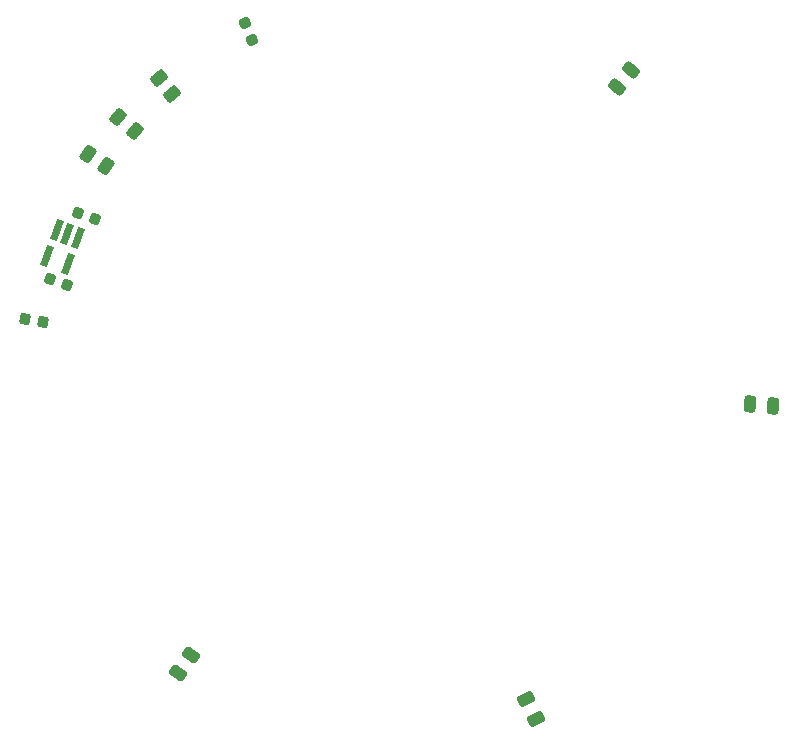
<source format=gbr>
%TF.GenerationSoftware,KiCad,Pcbnew,7.0.9*%
%TF.CreationDate,2024-01-04T19:56:31-05:00*%
%TF.ProjectId,Thermistor Ring,54686572-6d69-4737-946f-722052696e67,rev?*%
%TF.SameCoordinates,Original*%
%TF.FileFunction,Paste,Top*%
%TF.FilePolarity,Positive*%
%FSLAX46Y46*%
G04 Gerber Fmt 4.6, Leading zero omitted, Abs format (unit mm)*
G04 Created by KiCad (PCBNEW 7.0.9) date 2024-01-04 19:56:31*
%MOMM*%
%LPD*%
G01*
G04 APERTURE LIST*
G04 Aperture macros list*
%AMRoundRect*
0 Rectangle with rounded corners*
0 $1 Rounding radius*
0 $2 $3 $4 $5 $6 $7 $8 $9 X,Y pos of 4 corners*
0 Add a 4 corners polygon primitive as box body*
4,1,4,$2,$3,$4,$5,$6,$7,$8,$9,$2,$3,0*
0 Add four circle primitives for the rounded corners*
1,1,$1+$1,$2,$3*
1,1,$1+$1,$4,$5*
1,1,$1+$1,$6,$7*
1,1,$1+$1,$8,$9*
0 Add four rect primitives between the rounded corners*
20,1,$1+$1,$2,$3,$4,$5,0*
20,1,$1+$1,$4,$5,$6,$7,0*
20,1,$1+$1,$6,$7,$8,$9,0*
20,1,$1+$1,$8,$9,$2,$3,0*%
%AMRotRect*
0 Rectangle, with rotation*
0 The origin of the aperture is its center*
0 $1 length*
0 $2 width*
0 $3 Rotation angle, in degrees counterclockwise*
0 Add horizontal line*
21,1,$1,$2,0,0,$3*%
G04 Aperture macros list end*
%ADD10C,0.162560*%
%ADD11RoundRect,0.250000X-0.203174X0.496835X-0.524568X0.113813X0.203174X-0.496835X0.524568X-0.113813X0*%
%ADD12RoundRect,0.225000X0.296936X0.157969X-0.125926X0.311878X-0.296936X-0.157969X0.125926X-0.311878X0*%
%ADD13RoundRect,0.250000X0.536151X-0.025833X0.324842X0.427321X-0.536151X0.025833X-0.324842X-0.427321X0*%
%ADD14RoundRect,0.250000X-0.290448X-0.451404X0.207650X-0.494981X0.290448X0.451404X-0.207650X0.494981X0*%
%ADD15RoundRect,0.225000X-0.264994X-0.207131X0.178170X-0.285273X0.264994X0.207131X-0.178170X0.285273X0*%
%ADD16RoundRect,0.225000X-0.321666X0.098265X-0.131488X-0.309574X0.321666X-0.098265X0.131488X0.309574X0*%
%ADD17RotRect,1.805236X0.612132X250.000000*%
%ADD18RoundRect,0.250000X-0.490341X-0.175988X-0.088168X-0.513452X0.490341X0.175988X0.088168X0.513452X0*%
%ADD19RoundRect,0.250000X-0.473137X-0.218055X-0.043082X-0.519182X0.473137X0.218055X0.043082X0.519182X0*%
%ADD20RoundRect,0.250000X0.245703X-0.477237X0.532491X-0.067661X-0.245703X0.477237X-0.532491X0.067661X0*%
%ADD21RoundRect,0.250000X-0.513452X-0.088168X-0.175988X-0.490341X0.513452X0.088168X0.175988X0.490341X0*%
G04 APERTURE END LIST*
D10*
%TO.C,IC5*%
X106835808Y-87125408D03*
X106576000Y-87275408D03*
X106316192Y-87425408D03*
X106685808Y-86865600D03*
X106426000Y-87015600D03*
X106166192Y-87165600D03*
X106535808Y-86605792D03*
X106276000Y-86755792D03*
X106016192Y-86905792D03*
%TD*%
D11*
%TO.C,C1*%
X110693200Y-34984658D03*
X109471904Y-36440142D03*
%TD*%
D12*
%TO.C,C8*%
X62895789Y-53185349D03*
X61439267Y-52655219D03*
%TD*%
D10*
%TO.C,IC3*%
X121615200Y-59842400D03*
X121915200Y-59842400D03*
X122215200Y-59842400D03*
X121615200Y-60142400D03*
X121915200Y-60142400D03*
X122215200Y-60142400D03*
X121615200Y-60442400D03*
X121915200Y-60442400D03*
X122215200Y-60442400D03*
%TD*%
D13*
%TO.C,C3*%
X102606174Y-89961584D03*
X101803200Y-88239600D03*
%TD*%
D14*
%TO.C,C2*%
X120770415Y-63264802D03*
X122663185Y-63430398D03*
%TD*%
D15*
%TO.C,C6*%
X59333174Y-56050223D03*
X60859626Y-56319377D03*
%TD*%
D10*
%TO.C,IC6*%
X74982192Y-33219792D03*
X75242000Y-33069792D03*
X75501808Y-32919792D03*
X75132192Y-33479600D03*
X75392000Y-33329600D03*
X75651808Y-33179600D03*
X75282192Y-33739408D03*
X75542000Y-33589408D03*
X75801808Y-33439408D03*
%TD*%
D16*
%TO.C,C5*%
X77955271Y-31047611D03*
X78610329Y-32452389D03*
%TD*%
D10*
%TO.C,IC1*%
X106781745Y-33034060D03*
X106729650Y-33329502D03*
X106677556Y-33624945D03*
X106486302Y-32981966D03*
X106434208Y-33277408D03*
X106382114Y-33572850D03*
X106190860Y-32929871D03*
X106138766Y-33225314D03*
X106086671Y-33520756D03*
%TD*%
D12*
%TO.C,C7*%
X65287654Y-47621222D03*
X63831132Y-47091092D03*
%TD*%
D10*
%TO.C,IC2*%
X75501808Y-87425408D03*
X75242000Y-87275408D03*
X74982192Y-87125408D03*
X75651808Y-87165600D03*
X75392000Y-87015600D03*
X75132192Y-86865600D03*
X75801808Y-86905792D03*
X75542000Y-86755792D03*
X75282192Y-86605792D03*
%TD*%
D17*
%TO.C,U1*%
X63804800Y-49225200D03*
X62912091Y-48900281D03*
X62019382Y-48575361D03*
X61232406Y-50737562D03*
X63017824Y-51387401D03*
%TD*%
D18*
%TO.C,R3*%
X67259200Y-38963600D03*
X68657232Y-40136688D03*
%TD*%
D19*
%TO.C,R2*%
X64719200Y-42062400D03*
X66214152Y-43109176D03*
%TD*%
D20*
%TO.C,C4*%
X72316204Y-86087588D03*
X73406000Y-84531200D03*
%TD*%
D21*
%TO.C,R1*%
X70658112Y-35635168D03*
X71831200Y-37033200D03*
%TD*%
D10*
%TO.C,IC4*%
X59639200Y-59796400D03*
X59939200Y-59796400D03*
X60239200Y-59796400D03*
X59639200Y-60096400D03*
X59939200Y-60096400D03*
X60239200Y-60096400D03*
X59639200Y-60396400D03*
X59939200Y-60396400D03*
X60239200Y-60396400D03*
%TD*%
M02*

</source>
